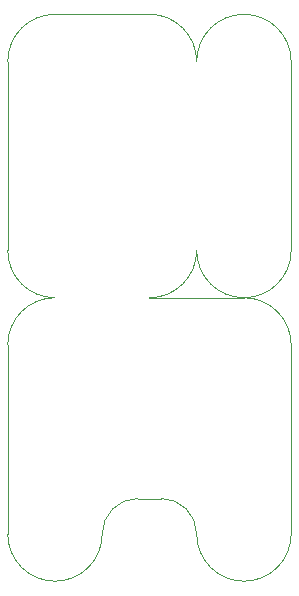
<source format=gm1>
G04 #@! TF.FileFunction,Profile,NP*
%FSLAX46Y46*%
G04 Gerber Fmt 4.6, Leading zero omitted, Abs format (unit mm)*
G04 Created by KiCad (PCBNEW (2015-08-15 BZR 6092)-product) date 2/28/2016 1:55:58 PM*
%MOMM*%
G01*
G04 APERTURE LIST*
%ADD10C,0.100000*%
G04 APERTURE END LIST*
D10*
X148000000Y-60000000D02*
X156000000Y-60000000D01*
X144000000Y-104000000D02*
X144000000Y-88000000D01*
X164000000Y-84000000D02*
X156000000Y-84000000D01*
X160000000Y-64000000D02*
G75*
G03X156000000Y-60000000I-4000000J0D01*
G01*
X164000000Y-60000000D02*
G75*
G03X160000000Y-64000000I0J-4000000D01*
G01*
X160000000Y-80000000D02*
G75*
G03X164000000Y-84000000I4000000J0D01*
G01*
X156000000Y-84000000D02*
G75*
G03X160000000Y-80000000I0J4000000D01*
G01*
X144000000Y-64000000D02*
X144000000Y-80000000D01*
X168000000Y-64000000D02*
X168000000Y-72000000D01*
X144000000Y-80000000D02*
G75*
G03X148000000Y-84000000I4000000J0D01*
G01*
X148000000Y-60000000D02*
G75*
G03X144000000Y-64000000I0J-4000000D01*
G01*
X168000000Y-64000000D02*
G75*
G03X164000000Y-60000000I-4000000J0D01*
G01*
X164000000Y-84000000D02*
G75*
G03X168000000Y-80000000I0J4000000D01*
G01*
X155000000Y-101000000D02*
X157000000Y-101000000D01*
X155000000Y-101000000D02*
G75*
G03X152000000Y-104000000I0J-3000000D01*
G01*
X160000000Y-104000000D02*
G75*
G03X157000000Y-101000000I-3000000J0D01*
G01*
X160000000Y-104000000D02*
G75*
G03X164000000Y-108000000I4000000J0D01*
G01*
X148000000Y-108000000D02*
G75*
G03X152000000Y-104000000I0J4000000D01*
G01*
X168000000Y-72000000D02*
X168000000Y-80000000D01*
X168000000Y-104000000D02*
X168000000Y-88000000D01*
X144000000Y-104000000D02*
G75*
G03X148000000Y-108000000I4000000J0D01*
G01*
X164000000Y-108000000D02*
G75*
G03X168000000Y-104000000I0J4000000D01*
G01*
X168000000Y-88000000D02*
G75*
G03X164000000Y-84000000I-4000000J0D01*
G01*
X148000000Y-84000000D02*
G75*
G03X144000000Y-88000000I0J-4000000D01*
G01*
M02*

</source>
